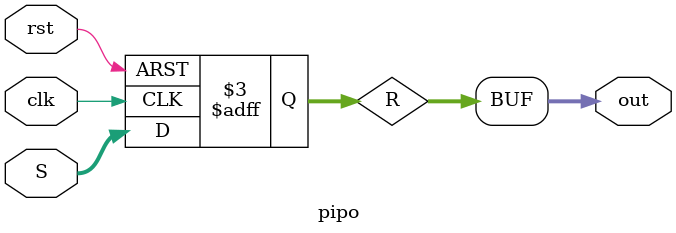
<source format=v>
module pipo(clk,rst,S,out);
input [3:0]S;
input rst,clk;
reg [3:0]R;
output [3:0]out;
always@(posedge clk or negedge rst)
begin
if(!rst) R=4'b0000;
else R=S;
end
assign out=R;
endmodule

</source>
